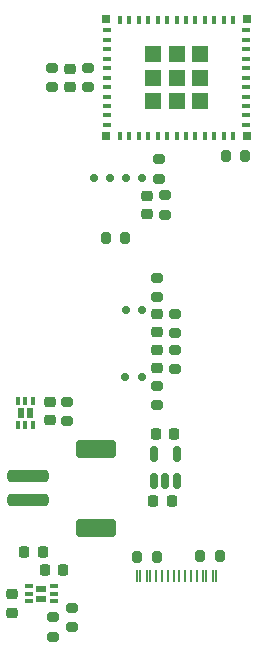
<source format=gbr>
%TF.GenerationSoftware,KiCad,Pcbnew,7.0.7*%
%TF.CreationDate,2023-09-25T17:24:59+01:00*%
%TF.ProjectId,Rapid Remote,52617069-6420-4526-956d-6f74652e6b69,C*%
%TF.SameCoordinates,PX8044ea0PY76ec560*%
%TF.FileFunction,Paste,Top*%
%TF.FilePolarity,Positive*%
%FSLAX46Y46*%
G04 Gerber Fmt 4.6, Leading zero omitted, Abs format (unit mm)*
G04 Created by KiCad (PCBNEW 7.0.7) date 2023-09-25 17:24:59*
%MOMM*%
%LPD*%
G01*
G04 APERTURE LIST*
G04 Aperture macros list*
%AMRoundRect*
0 Rectangle with rounded corners*
0 $1 Rounding radius*
0 $2 $3 $4 $5 $6 $7 $8 $9 X,Y pos of 4 corners*
0 Add a 4 corners polygon primitive as box body*
4,1,4,$2,$3,$4,$5,$6,$7,$8,$9,$2,$3,0*
0 Add four circle primitives for the rounded corners*
1,1,$1+$1,$2,$3*
1,1,$1+$1,$4,$5*
1,1,$1+$1,$6,$7*
1,1,$1+$1,$8,$9*
0 Add four rect primitives between the rounded corners*
20,1,$1+$1,$2,$3,$4,$5,0*
20,1,$1+$1,$4,$5,$6,$7,0*
20,1,$1+$1,$6,$7,$8,$9,0*
20,1,$1+$1,$8,$9,$2,$3,0*%
G04 Aperture macros list end*
%ADD10R,0.630000X0.820000*%
%ADD11R,0.350000X0.650000*%
%ADD12RoundRect,0.200000X-0.275000X0.200000X-0.275000X-0.200000X0.275000X-0.200000X0.275000X0.200000X0*%
%ADD13RoundRect,0.225000X0.225000X0.250000X-0.225000X0.250000X-0.225000X-0.250000X0.225000X-0.250000X0*%
%ADD14RoundRect,0.225000X-0.225000X-0.250000X0.225000X-0.250000X0.225000X0.250000X-0.225000X0.250000X0*%
%ADD15RoundRect,0.150000X0.150000X0.200000X-0.150000X0.200000X-0.150000X-0.200000X0.150000X-0.200000X0*%
%ADD16RoundRect,0.218750X-0.256250X0.218750X-0.256250X-0.218750X0.256250X-0.218750X0.256250X0.218750X0*%
%ADD17RoundRect,0.200000X-0.200000X-0.275000X0.200000X-0.275000X0.200000X0.275000X-0.200000X0.275000X0*%
%ADD18RoundRect,0.200000X0.275000X-0.200000X0.275000X0.200000X-0.275000X0.200000X-0.275000X-0.200000X0*%
%ADD19R,0.800000X0.400000*%
%ADD20R,0.400000X0.800000*%
%ADD21R,1.450000X1.450000*%
%ADD22R,0.700000X0.700000*%
%ADD23RoundRect,0.225000X-0.250000X0.225000X-0.250000X-0.225000X0.250000X-0.225000X0.250000X0.225000X0*%
%ADD24RoundRect,0.150000X-0.150000X-0.200000X0.150000X-0.200000X0.150000X0.200000X-0.150000X0.200000X0*%
%ADD25RoundRect,0.200000X0.200000X0.275000X-0.200000X0.275000X-0.200000X-0.275000X0.200000X-0.275000X0*%
%ADD26RoundRect,0.225000X0.250000X-0.225000X0.250000X0.225000X-0.250000X0.225000X-0.250000X-0.225000X0*%
%ADD27R,0.280000X1.130000*%
%ADD28R,0.230000X1.130000*%
%ADD29RoundRect,0.250000X1.500000X-0.250000X1.500000X0.250000X-1.500000X0.250000X-1.500000X-0.250000X0*%
%ADD30RoundRect,0.250001X1.449999X-0.499999X1.449999X0.499999X-1.449999X0.499999X-1.449999X-0.499999X0*%
%ADD31RoundRect,0.150000X0.150000X-0.512500X0.150000X0.512500X-0.150000X0.512500X-0.150000X-0.512500X0*%
%ADD32R,0.820000X0.630000*%
%ADD33R,0.650000X0.350000*%
G04 APERTURE END LIST*
D10*
%TO.C,U4*%
X4700000Y22100000D03*
X3900000Y22100000D03*
D11*
X4950000Y23150000D03*
X4300000Y23150000D03*
X3650000Y23150000D03*
X3650000Y21050000D03*
X4300000Y21050000D03*
X4950000Y21050000D03*
%TD*%
D12*
%TO.C,R7*%
X16122000Y40562000D03*
X16122000Y38912000D03*
%TD*%
D13*
%TO.C,C4*%
X7475000Y8800000D03*
X5925000Y8800000D03*
%TD*%
D14*
%TO.C,C1*%
X15150000Y14625000D03*
X16700000Y14625000D03*
%TD*%
D15*
%TO.C,D1*%
X12800000Y42000000D03*
X14200000Y42000000D03*
%TD*%
D14*
%TO.C,C5*%
X4225000Y10300000D03*
X5775000Y10300000D03*
%TD*%
D16*
%TO.C,D5*%
X3150000Y6787500D03*
X3150000Y5212500D03*
%TD*%
D14*
%TO.C,C2*%
X15325000Y20325000D03*
X16875000Y20325000D03*
%TD*%
D17*
%TO.C,R4*%
X19105000Y10004000D03*
X20755000Y10004000D03*
%TD*%
D18*
%TO.C,R10*%
X15487000Y31927000D03*
X15487000Y33577000D03*
%TD*%
D12*
%TO.C,R1*%
X7850000Y23075000D03*
X7850000Y21425000D03*
%TD*%
D19*
%TO.C,U2*%
X11200000Y54500000D03*
X11200000Y53700000D03*
X11200000Y52900000D03*
X11200000Y52100000D03*
X11200000Y51300000D03*
X11200000Y50500000D03*
X11200000Y49700000D03*
X11200000Y48900000D03*
X11200000Y48100000D03*
X11200000Y47300000D03*
X11200000Y46500000D03*
D20*
X12300000Y45600000D03*
X13100000Y45600000D03*
X13900000Y45600000D03*
X14700000Y45600000D03*
X15500000Y45600000D03*
X16300000Y45600000D03*
X17100000Y45600000D03*
X17900000Y45600000D03*
X18700000Y45600000D03*
X19500000Y45600000D03*
X20300000Y45600000D03*
X21100000Y45600000D03*
X21900000Y45600000D03*
D19*
X23000000Y46500000D03*
X23000000Y47300000D03*
X23000000Y48100000D03*
X23000000Y48900000D03*
X23000000Y49700000D03*
X23000000Y50500000D03*
X23000000Y51300000D03*
X23000000Y52100000D03*
X23000000Y52900000D03*
X23000000Y53700000D03*
X23000000Y54500000D03*
D20*
X21900000Y55400000D03*
X21100000Y55400000D03*
X20300000Y55400000D03*
X19500000Y55400000D03*
X18700000Y55400000D03*
X17900000Y55400000D03*
X17100000Y55400000D03*
X16300000Y55400000D03*
X15500000Y55400000D03*
X14700000Y55400000D03*
X13900000Y55400000D03*
X13100000Y55400000D03*
X12300000Y55400000D03*
D21*
X15125000Y52475000D03*
X15125000Y50500000D03*
X15125000Y48525000D03*
X17100000Y52475000D03*
X17100000Y50500000D03*
X17100000Y48525000D03*
X19075000Y52475000D03*
X19075000Y50500000D03*
X19075000Y48525000D03*
D22*
X23050000Y55450000D03*
X23050000Y45550000D03*
X11150000Y45550000D03*
X11150000Y55450000D03*
%TD*%
D17*
%TO.C,R13*%
X21275000Y43900000D03*
X22925000Y43900000D03*
%TD*%
D12*
%TO.C,R14*%
X15487000Y24433000D03*
X15487000Y22783000D03*
%TD*%
D23*
%TO.C,C7*%
X15487000Y30479000D03*
X15487000Y28929000D03*
%TD*%
D24*
%TO.C,D4*%
X11500000Y42000000D03*
X10100000Y42000000D03*
%TD*%
D23*
%TO.C,C6*%
X14598000Y40499000D03*
X14598000Y38949000D03*
%TD*%
D12*
%TO.C,R3*%
X6650000Y4825000D03*
X6650000Y3175000D03*
%TD*%
D18*
%TO.C,R6*%
X15614000Y41960000D03*
X15614000Y43610000D03*
%TD*%
%TO.C,R15*%
X17011000Y25831000D03*
X17011000Y27481000D03*
%TD*%
D25*
%TO.C,R8*%
X12756000Y36943000D03*
X11106000Y36943000D03*
%TD*%
D12*
%TO.C,R12*%
X9600000Y51325000D03*
X9600000Y49675000D03*
%TD*%
D26*
%TO.C,C8*%
X15487000Y25881000D03*
X15487000Y27431000D03*
%TD*%
D15*
%TO.C,D2*%
X12800000Y30847000D03*
X14200000Y30847000D03*
%TD*%
D18*
%TO.C,R9*%
X6600000Y49675000D03*
X6600000Y51325000D03*
%TD*%
D27*
%TO.C,USB-C1*%
X13775000Y8332000D03*
X14575000Y8332000D03*
D28*
X15850000Y8332000D03*
X16850000Y8332000D03*
X17350000Y8332000D03*
X18350000Y8332000D03*
D27*
X19625000Y8332000D03*
X20425000Y8332000D03*
X20175000Y8332000D03*
X19375000Y8332000D03*
D28*
X18850000Y8332000D03*
X17850000Y8332000D03*
X16350000Y8332000D03*
X15350000Y8332000D03*
D27*
X14825000Y8332000D03*
X14025000Y8332000D03*
%TD*%
D15*
%TO.C,D3*%
X12755000Y25132000D03*
X14155000Y25132000D03*
%TD*%
D23*
%TO.C,C3*%
X6350000Y23025000D03*
X6350000Y21475000D03*
%TD*%
D25*
%TO.C,R5*%
X15421000Y9897000D03*
X13771000Y9897000D03*
%TD*%
D29*
%TO.C,J1*%
X4550000Y14750000D03*
X4550000Y16750000D03*
D30*
X10300000Y12400000D03*
X10300000Y19100000D03*
%TD*%
D12*
%TO.C,R11*%
X17011000Y30529000D03*
X17011000Y28879000D03*
%TD*%
D26*
%TO.C,C9*%
X8100000Y49725000D03*
X8100000Y51275000D03*
%TD*%
D31*
%TO.C,U1*%
X15200000Y16350000D03*
X16150000Y16350000D03*
X17100000Y16350000D03*
X17100000Y18625000D03*
X15200000Y18625000D03*
%TD*%
D18*
%TO.C,R2*%
X8250000Y3975000D03*
X8250000Y5625000D03*
%TD*%
D32*
%TO.C,U3*%
X5650000Y6400000D03*
X5650000Y7200000D03*
D33*
X6700000Y6150000D03*
X6700000Y6800000D03*
X6700000Y7450000D03*
X4600000Y7450000D03*
X4600000Y6800000D03*
X4600000Y6150000D03*
%TD*%
M02*

</source>
